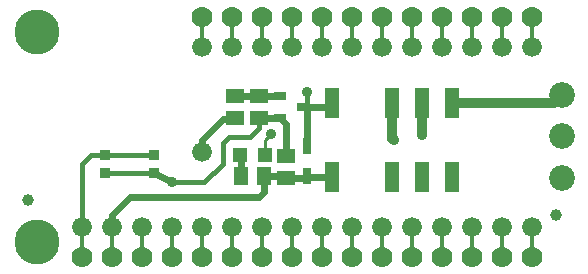
<source format=gbr>
G04 EAGLE Gerber RS-274X export*
G75*
%MOMM*%
%FSLAX34Y34*%
%LPD*%
%INTop Copper*%
%IPPOS*%
%AMOC8*
5,1,8,0,0,1.08239X$1,22.5*%
G01*
%ADD10C,3.810000*%
%ADD11C,1.778000*%
%ADD12C,1.676400*%
%ADD13R,0.900000X0.900000*%
%ADD14C,1.000000*%
%ADD15R,1.250000X2.500000*%
%ADD16R,1.016000X0.635000*%
%ADD17R,1.500000X1.240000*%
%ADD18R,0.800000X1.350000*%
%ADD19C,2.184400*%
%ADD20R,1.200000X1.200000*%
%ADD21R,1.240000X1.500000*%
%ADD22C,0.304800*%
%ADD23C,0.609600*%
%ADD24C,0.406400*%
%ADD25C,0.906400*%
%ADD26C,0.812800*%
%ADD27C,0.254000*%


D10*
X25400Y203200D03*
X25400Y25400D03*
D11*
X165100Y215900D03*
X190500Y215900D03*
X215900Y215900D03*
X241300Y215900D03*
X266700Y215900D03*
X292100Y215900D03*
X317500Y215900D03*
X342900Y215900D03*
X368300Y215900D03*
X393700Y215900D03*
X419100Y215900D03*
X444500Y215900D03*
X165100Y12700D03*
X190500Y12700D03*
X215900Y12700D03*
X241300Y12700D03*
X266700Y12700D03*
X292100Y12700D03*
X317500Y12700D03*
X342900Y12700D03*
X368300Y12700D03*
X393700Y12700D03*
X419100Y12700D03*
X444500Y12700D03*
X139700Y12700D03*
X114300Y12700D03*
X88900Y12700D03*
X63500Y12700D03*
D12*
X444500Y38100D03*
X419100Y38100D03*
X393700Y38100D03*
X368300Y38100D03*
X342900Y38100D03*
X317500Y38100D03*
X292100Y38100D03*
X266700Y38100D03*
X241300Y38100D03*
X215900Y38100D03*
X190500Y38100D03*
X165100Y38100D03*
X139700Y38100D03*
X114300Y38100D03*
X88900Y38100D03*
X63500Y38100D03*
X190500Y190500D03*
X215900Y190500D03*
X241300Y190500D03*
X266700Y190500D03*
X292100Y190500D03*
X317500Y190500D03*
X342900Y190500D03*
X368300Y190500D03*
X393700Y190500D03*
X419100Y190500D03*
X444500Y190500D03*
D13*
X83640Y83440D03*
X83640Y99440D03*
X124640Y99440D03*
X124640Y83440D03*
D12*
X165100Y190500D03*
D14*
X17780Y60960D03*
X464820Y48260D03*
D15*
X275360Y80260D03*
X326660Y80260D03*
X352060Y80260D03*
X377460Y80260D03*
X275360Y143260D03*
X326660Y143260D03*
X352060Y143260D03*
X377460Y143260D03*
D16*
X251300Y139700D03*
X231300Y130200D03*
X231300Y149200D03*
D17*
X193040Y130200D03*
X193040Y149200D03*
D18*
X254000Y81280D03*
X254000Y106680D03*
D19*
X469900Y149800D03*
X469900Y114800D03*
X469900Y79800D03*
D17*
X236220Y79400D03*
X236220Y98400D03*
D12*
X165100Y101600D03*
D17*
X213360Y130200D03*
X213360Y149200D03*
D20*
X218780Y99060D03*
X197780Y99060D03*
D21*
X198780Y81280D03*
X217780Y81280D03*
D22*
X139700Y38100D02*
X139700Y12700D01*
D23*
X236220Y98400D02*
X236220Y125280D01*
X231300Y130200D01*
X213360Y130200D01*
D24*
X167260Y75820D02*
X139700Y75820D01*
X167260Y75820D02*
X182880Y91440D01*
X182880Y109220D01*
X187960Y114300D01*
X205740Y114300D01*
X213360Y121920D01*
X213360Y130200D01*
X124640Y83440D02*
X83640Y83440D01*
D25*
X139700Y75820D03*
D23*
X124640Y83440D01*
D22*
X444500Y190500D02*
X444500Y215900D01*
X419100Y215900D02*
X419100Y190500D01*
X165100Y190500D02*
X165100Y215900D01*
X88900Y38100D02*
X88900Y12700D01*
D23*
X254000Y80260D02*
X254000Y81280D01*
X254000Y80260D02*
X275360Y80260D01*
X254000Y79400D02*
X254000Y81280D01*
X254000Y79400D02*
X236220Y79400D01*
X236220Y81280D01*
X217780Y81280D01*
X217780Y67920D01*
X213360Y63500D01*
X104140Y63500D01*
X88900Y48260D01*
X88900Y38100D01*
D22*
X190500Y190500D02*
X190500Y215900D01*
X215900Y215900D02*
X215900Y190500D01*
X241300Y190500D02*
X241300Y215900D01*
X266700Y215900D02*
X266700Y190500D01*
X292100Y190500D02*
X292100Y215900D01*
X317500Y215900D02*
X317500Y190500D01*
X342900Y190500D02*
X342900Y215900D01*
X368300Y215900D02*
X368300Y190500D01*
X393700Y190500D02*
X393700Y215900D01*
X444500Y38100D02*
X444500Y12700D01*
X419100Y12700D02*
X419100Y38100D01*
X393700Y38100D02*
X393700Y12700D01*
X368300Y12700D02*
X368300Y38100D01*
X342900Y38100D02*
X342900Y12700D01*
X317500Y12700D02*
X317500Y38100D01*
X292100Y38100D02*
X292100Y12700D01*
X266700Y12700D02*
X266700Y38100D01*
X241300Y38100D02*
X241300Y12700D01*
X215900Y12700D02*
X215900Y38100D01*
X190500Y38100D02*
X190500Y12700D01*
X165100Y12700D02*
X165100Y38100D01*
X114300Y38100D02*
X114300Y12700D01*
X63500Y12700D02*
X63500Y38100D01*
D24*
X83640Y99440D02*
X124640Y99440D01*
X83640Y99440D02*
X71500Y99440D01*
X63500Y91440D01*
X63500Y38100D01*
D23*
X271800Y139700D02*
X275360Y143260D01*
X271800Y139700D02*
X256540Y139700D01*
X251300Y139700D01*
X254000Y139700D02*
X254000Y106680D01*
X254000Y139700D02*
X251300Y139700D01*
D25*
X254000Y152400D03*
D24*
X254000Y142240D01*
X256540Y139700D01*
D23*
X231300Y149200D02*
X213360Y149200D01*
X193040Y149200D01*
D26*
X352060Y143260D02*
X352060Y115708D01*
D25*
X352060Y115708D03*
D26*
X463360Y143260D02*
X469900Y149800D01*
X463360Y143260D02*
X377460Y143260D01*
D23*
X165100Y111760D02*
X165100Y101600D01*
X165100Y111760D02*
X182880Y129540D01*
X192380Y129540D01*
X193040Y130200D01*
X198780Y95520D02*
X198780Y81280D01*
X198780Y95520D02*
X197780Y99060D01*
D26*
X326660Y112760D02*
X326660Y143260D01*
X326660Y112760D02*
X327660Y111760D01*
D25*
X327660Y111760D03*
D27*
X218780Y112100D02*
X218780Y99060D01*
X218780Y112100D02*
X223520Y116840D01*
D25*
X223520Y116840D03*
M02*

</source>
